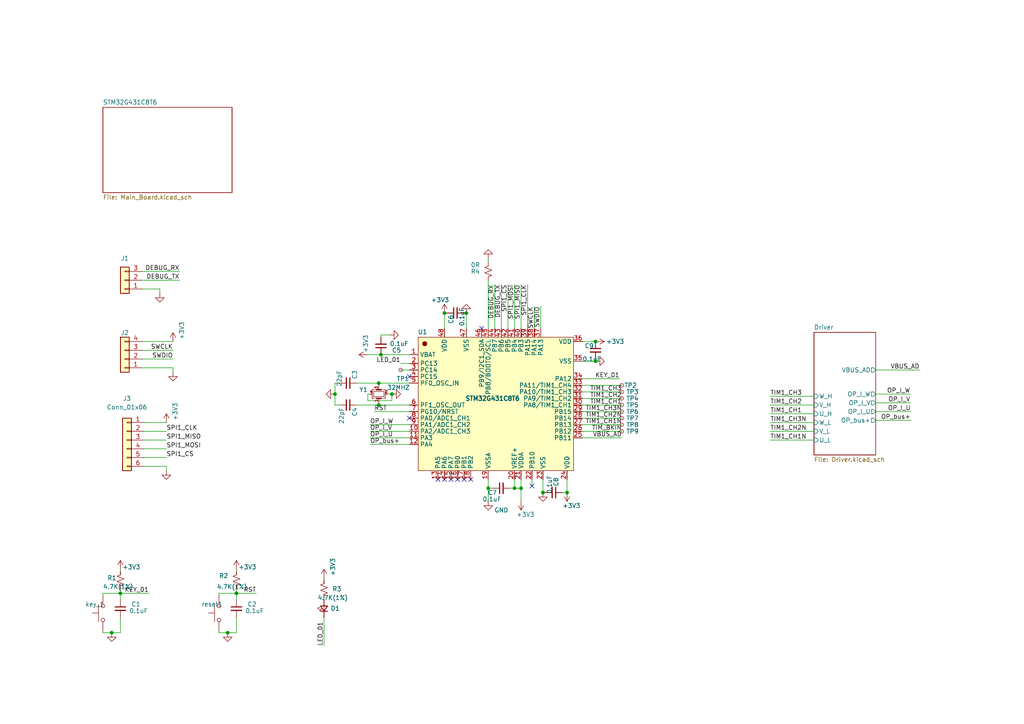
<source format=kicad_sch>
(kicad_sch (version 20211123) (generator eeschema)
  (paper "A4")
  (title_block (title "FD6288T_Driver_Board_V1.0.1") (date "2023-06-01") (company "Zager"))
  (lib_symbols
    (symbol "Connector:TestPoint_Small" (pin_numbers hide) (pin_names (offset 0.762) hide)
      (property "Reference" "TP" (at 0 3.81 0))
      (property "Value" "TestPoint_Small" (at 0 2.032 0))
      (symbol "TestPoint_Small_0_1"
        (circle (center 0 0) (radius 0.508))
      )
      (symbol "TestPoint_Small_1_1"
        (pin passive line (at 0 0 90) (length 0) (name "1") (number "1"))
      )
    )
    (symbol "Connector_Generic:Conn_01x03" (pin_names (offset 1.016) hide)
      (property "Reference" "J" (at 0 5.08 0))
      (property "Value" "Conn_01x03" (at 0 -5.08 0))
      (symbol "Conn_01x03_1_1"
        (rectangle (start -1.27 -2.413) (end 0 -2.667) (stroke (width 0.1524)))
        (rectangle (start -1.27 0.127) (end 0 -0.127) (stroke (width 0.1524)))
        (rectangle (start -1.27 2.667) (end 0 2.413) (stroke (width 0.1524)))
        (rectangle (start -1.27 3.81) (end 1.27 -3.81) (stroke (width 0.254)) (fill (type background)))
        (pin passive line (at -5.08 2.54 0) (length 3.81) (name "Pin_1") (number "1"))
        (pin passive line (at -5.08 0 0) (length 3.81) (name "Pin_2") (number "2"))
        (pin passive line (at -5.08 -2.54 0) (length 3.81) (name "Pin_3") (number "3"))
      )
    )
    (symbol "Connector_Generic:Conn_01x04" (pin_names (offset 1.016) hide)
      (property "Reference" "J" (at 0 5.08 0))
      (property "Value" "Conn_01x04" (at 0 -7.62 0))
      (symbol "Conn_01x04_1_1"
        (rectangle (start -1.27 -4.953) (end 0 -5.207) (stroke (width 0.1524)))
        (rectangle (start -1.27 -2.413) (end 0 -2.667) (stroke (width 0.1524)))
        (rectangle (start -1.27 0.127) (end 0 -0.127) (stroke (width 0.1524)))
        (rectangle (start -1.27 2.667) (end 0 2.413) (stroke (width 0.1524)))
        (rectangle (start -1.27 3.81) (end 1.27 -6.35) (stroke (width 0.254)) (fill (type background)))
        (pin passive line (at -5.08 2.54 0) (length 3.81) (name "Pin_1") (number "1"))
        (pin passive line (at -5.08 0 0) (length 3.81) (name "Pin_2") (number "2"))
        (pin passive line (at -5.08 -2.54 0) (length 3.81) (name "Pin_3") (number "3"))
        (pin passive line (at -5.08 -5.08 0) (length 3.81) (name "Pin_4") (number "4"))
      )
    )
    (symbol "Connector_Generic:Conn_01x06" (pin_names (offset 1.016) hide)
      (property "Reference" "J" (at 0 7.62 0))
      (property "Value" "Conn_01x06" (at 0 -10.16 0))
      (symbol "Conn_01x06_1_1"
        (rectangle (start -1.27 -7.493) (end 0 -7.747) (stroke (width 0.1524)))
        (rectangle (start -1.27 -4.953) (end 0 -5.207) (stroke (width 0.1524)))
        (rectangle (start -1.27 -2.413) (end 0 -2.667) (stroke (width 0.1524)))
        (rectangle (start -1.27 0.127) (end 0 -0.127) (stroke (width 0.1524)))
        (rectangle (start -1.27 2.667) (end 0 2.413) (stroke (width 0.1524)))
        (rectangle (start -1.27 5.207) (end 0 4.953) (stroke (width 0.1524)))
        (rectangle (start -1.27 6.35) (end 1.27 -8.89) (stroke (width 0.254)) (fill (type background)))
        (pin passive line (at -5.08 5.08 0) (length 3.81) (name "Pin_1") (number "1"))
        (pin passive line (at -5.08 2.54 0) (length 3.81) (name "Pin_2") (number "2"))
        (pin passive line (at -5.08 0 0) (length 3.81) (name "Pin_3") (number "3"))
        (pin passive line (at -5.08 -2.54 0) (length 3.81) (name "Pin_4") (number "4"))
        (pin passive line (at -5.08 -5.08 0) (length 3.81) (name "Pin_5") (number "5"))
        (pin passive line (at -5.08 -7.62 0) (length 3.81) (name "Pin_6") (number "6"))
      )
    )
    (symbol "Device:C_Small" (pin_numbers hide) (pin_names (offset 0.254) hide)
      (property "Reference" "C" (at 0.254 1.778 0))
      (property "Value" "C_Small" (at 0.254 -2.032 0))
      (symbol "C_Small_0_1"
        (polyline (pts (xy -1.524 -0.508) (xy 1.524 -0.508)) (stroke (width 0.3302)))
        (polyline (pts (xy -1.524 0.508) (xy 1.524 0.508)) (stroke (width 0.3048)))
      )
      (symbol "C_Small_1_1"
        (pin passive line (at 0 2.54 270) (length 2.032) (name "~") (number "1"))
        (pin passive line (at 0 -2.54 90) (length 2.032) (name "~") (number "2"))
      )
    )
    (symbol "Device:Crystal_GND24_Small" (pin_names (offset 1.016) hide)
      (property "Reference" "Y" (at 1.27 4.445 0))
      (property "Value" "Crystal_GND24_Small" (at 1.27 2.54 0))
      (symbol "Crystal_GND24_Small_0_1"
        (rectangle (start -0.762 -1.524) (end 0.762 1.524))
        (polyline (pts (xy -1.27 -0.762) (xy -1.27 0.762)) (stroke (width 0.381)))
        (polyline (pts (xy 1.27 -0.762) (xy 1.27 0.762)) (stroke (width 0.381)))
        (polyline (pts (xy -1.27 -1.27) (xy -1.27 -1.905) (xy 1.27 -1.905) (xy 1.27 -1.27)))
        (polyline (pts (xy -1.27 1.27) (xy -1.27 1.905) (xy 1.27 1.905) (xy 1.27 1.27)))
      )
      (symbol "Crystal_GND24_Small_1_1"
        (pin passive line (at -2.54 0 0) (length 1.27) (name "1") (number "1"))
        (pin passive line (at 0 -2.54 90) (length 0.635) (name "2") (number "2"))
        (pin passive line (at 2.54 0 180) (length 1.27) (name "3") (number "3"))
        (pin passive line (at 0 2.54 270) (length 0.635) (name "4") (number "4"))
      )
    )
    (symbol "Device:LED_Small" (pin_numbers hide) (pin_names (offset 0.254) hide)
      (property "Reference" "D" (at -1.27 3.175 0))
      (property "Value" "LED_Small" (at -4.445 -2.54 0))
      (symbol "LED_Small_0_1"
        (polyline (pts (xy -0.762 -1.016) (xy -0.762 1.016)) (stroke (width 0.254)))
        (polyline (pts (xy 1.016 0) (xy -0.762 0)))
        (polyline (pts (xy 0.762 -1.016) (xy -0.762 0) (xy 0.762 1.016) (xy 0.762 -1.016)) (stroke (width 0.254)))
        (polyline (pts (xy 0 0.762) (xy -0.508 1.27) (xy -0.254 1.27) (xy -0.508 1.27) (xy -0.508 1.016)))
        (polyline (pts (xy 0.508 1.27) (xy 0 1.778) (xy 0.254 1.778) (xy 0 1.778) (xy 0 1.524)))
      )
      (symbol "LED_Small_1_1"
        (pin passive line (at -2.54 0 0) (length 1.778) (name "K") (number "1"))
        (pin passive line (at 2.54 0 180) (length 1.778) (name "A") (number "2"))
      )
    )
    (symbol "Device:R_Small_US" (pin_numbers hide) (pin_names (offset 0.254) hide)
      (property "Reference" "R" (at 0.762 0.508 0))
      (property "Value" "R_Small_US" (at 0.762 -1.016 0))
      (symbol "R_Small_US_1_1"
        (polyline (pts (xy 0 0) (xy 1.016 -0.381) (xy 0 -0.762) (xy -1.016 -1.143) (xy 0 -1.524)))
        (polyline (pts (xy 0 1.524) (xy 1.016 1.143) (xy 0 0.762) (xy -1.016 0.381) (xy 0 0)))
        (pin passive line (at 0 2.54 270) (length 1.016) (name "~") (number "1"))
        (pin passive line (at 0 -2.54 90) (length 1.016) (name "~") (number "2"))
      )
    )
    (symbol "Switch:SW_Push" (pin_numbers hide) (pin_names (offset 1.016) hide)
      (property "Reference" "SW" (at 1.27 2.54 0))
      (property "Value" "SW_Push" (at 0 -1.524 0))
      (symbol "SW_Push_0_1"
        (circle (center -2.032 0) (radius 0.508))
        (polyline (pts (xy 0 1.27) (xy 0 3.048)))
        (polyline (pts (xy 2.54 1.27) (xy -2.54 1.27)))
        (circle (center 2.032 0) (radius 0.508))
        (pin passive line (at -5.08 0 0) (length 2.54) (name "1") (number "1"))
        (pin passive line (at 5.08 0 180) (length 2.54) (name "2") (number "2"))
      )
    )
    (symbol "power:+3.3V" (power) (pin_names (offset 0))
      (property "Value" "+3.3V" (at 0 3.556 0))
      (symbol "+3.3V_0_1"
        (polyline (pts (xy -0.762 1.27) (xy 0 2.54)))
        (polyline (pts (xy 0 0) (xy 0 2.54)))
        (polyline (pts (xy 0 2.54) (xy 0.762 1.27)))
      )
      (symbol "+3.3V_1_1"
        (pin power_in line (at 0 0 90) (length 0) hide (name "+3V3") (number "1"))
      )
    )
    (symbol "power:GND" (power) (pin_names (offset 0))
      (property "Value" "GND" (at 0 -3.81 0))
      (symbol "GND_0_1"
        (polyline (pts (xy 0 0) (xy 0 -1.27) (xy 1.27 -1.27) (xy 0 -2.54) (xy -1.27 -1.27) (xy 0 -1.27)))
      )
      (symbol "GND_1_1"
        (pin power_in line (at 0 0 270) (length 0) hide (name "GND") (number "1"))
      )
    )
    (symbol "zager:STM32G431C8T6"
      (property "Reference" "U" (at 1.27 1.27 0))
      (property "Value" "STM32G431C8T6" (at 9.525 6.35 0))
      (symbol "STM32G431C8T6_0_1"
        (rectangle (start 0 0) (end 45.085 -38.735) (stroke (width 0.1524)) (fill (type background)))
        (circle (center 1.905 -1.905) (radius 0.635) (stroke (width 0.1524)) (fill (type outline)))
      )
      (symbol "STM32G431C8T6_1_1"
        (pin input line (at -2.54 -5.08 0) (length 2.54) (name "VBAT") (number "1"))
        (pin input line (at -2.54 -27.305 0) (length 2.54) (name "PA2/ADC1_CH3") (number "10"))
        (pin input line (at -2.54 -29.21 0) (length 2.54) (name "PA3") (number "11"))
        (pin input line (at -2.54 -31.115 0) (length 2.54) (name "PA4") (number "12"))
        (pin input line (at 5.715 -41.275 90) (length 2.54) (name "PA5") (number "13"))
        (pin input line (at 7.62 -41.275 90) (length 2.54) (name "PA6") (number "14"))
        (pin input line (at 9.525 -41.275 90) (length 2.54) (name "PA7") (number "15"))
        (pin input line (at 11.43 -41.275 90) (length 2.54) (name "PB0") (number "16"))
        (pin input line (at 13.335 -41.275 90) (length 2.54) (name "PB1") (number "17"))
        (pin input line (at 15.24 -41.275 90) (length 2.54) (name "PB2") (number "18"))
        (pin input line (at 20.32 -41.275 90) (length 2.54) (name "VSSA") (number "19"))
        (pin input line (at -2.54 -7.62 0) (length 2.54) (name "PC13") (number "2"))
        (pin input line (at 27.94 -41.275 90) (length 2.54) (name "VREF+") (number "20"))
        (pin input line (at 29.845 -41.275 90) (length 2.54) (name "VDDA") (number "21"))
        (pin input line (at 33.02 -41.275 90) (length 2.54) (name "PB10") (number "22"))
        (pin input line (at 36.195 -41.275 90) (length 2.54) (name "VSS") (number "23"))
        (pin input line (at 43.18 -41.275 90) (length 2.54) (name "VDD") (number "24"))
        (pin input line (at 47.625 -29.21 180) (length 2.54) (name "PB11") (number "25"))
        (pin input line (at 47.625 -27.305 180) (length 2.54) (name "PB12") (number "26"))
        (pin input line (at 47.625 -25.4 180) (length 2.54) (name "PB13") (number "27"))
        (pin input line (at 47.625 -23.495 180) (length 2.54) (name "PB14") (number "28"))
        (pin input line (at 47.625 -21.59 180) (length 2.54) (name "PB15") (number "29"))
        (pin input line (at -2.54 -9.525 0) (length 2.54) (name "PC14") (number "3"))
        (pin input line (at 47.625 -19.685 180) (length 2.54) (name "PA8/TIM1_CH1") (number "30"))
        (pin input line (at 47.625 -17.78 180) (length 2.54) (name "PA9/TIM1_CH2") (number "31"))
        (pin input line (at 47.625 -15.875 180) (length 2.54) (name "PA10/TIM1_CH3") (number "32"))
        (pin input line (at 47.625 -13.97 180) (length 2.54) (name "PA11/TIM1_CH4") (number "33"))
        (pin input line (at 47.625 -12.065 180) (length 2.54) (name "PA12") (number "34"))
        (pin input line (at 47.625 -6.985 180) (length 2.54) (name "VSS") (number "35"))
        (pin input line (at 47.625 -1.27 180) (length 2.54) (name "VDD") (number "36"))
        (pin input line (at 35.56 2.54 270) (length 2.54) (name "PA13") (number "37"))
        (pin input line (at 33.655 2.54 270) (length 2.54) (name "PA14") (number "38"))
        (pin input line (at 31.75 2.54 270) (length 2.54) (name "PA15") (number "39"))
        (pin input line (at -2.54 -11.43 0) (length 2.54) (name "PC15") (number "4"))
        (pin input line (at 29.845 2.54 270) (length 2.54) (name "PB3") (number "40"))
        (pin input line (at 27.94 2.54 270) (length 2.54) (name "PB4") (number "41"))
        (pin input line (at 26.035 2.54 270) (length 2.54) (name "PB5") (number "42"))
        (pin input line (at 24.13 2.54 270) (length 2.54) (name "PB6") (number "43"))
        (pin input line (at 22.225 2.54 270) (length 2.54) (name "PB7") (number "44"))
        (pin input line (at 20.32 2.54 270) (length 2.54) (name "PB8/BOOT0/SCL") (number "45"))
        (pin input line (at 18.415 2.54 270) (length 2.54) (name "PB9/I2C1_SDA") (number "46"))
        (pin input line (at 13.97 2.54 270) (length 2.54) (name "VSS") (number "47"))
        (pin input line (at 7.62 2.54 270) (length 2.54) (name "VDD") (number "48"))
        (pin input line (at -2.54 -13.335 0) (length 2.54) (name "PF0_OSC_IN") (number "5"))
        (pin input line (at -2.54 -19.685 0) (length 2.54) (name "PF1_OSC_OUT") (number "6"))
        (pin input line (at -2.54 -21.59 0) (length 2.54) (name "PG10/NRST") (number "7"))
        (pin input line (at -2.54 -23.495 0) (length 2.54) (name "PA0/ADC1_CH1") (number "8"))
        (pin input line (at -2.54 -25.4 0) (length 2.54) (name "PA1/ADC1_CH2") (number "9"))
      )
    )
  )
  (junction (at 128.905 90.805))
  (junction (at 97.155 114.3))
  (junction (at 172.72 99.06))
  (junction (at 109.855 117.475))
  (junction (at 68.58 172.085))
  (junction (at 110.49 102.87))
  (junction (at 32.385 183.515))
  (junction (at 109.855 111.125))
  (junction (at 151.13 141.605))
  (junction (at 141.605 141.605))
  (junction (at 157.48 142.875))
  (junction (at 113.665 114.3))
  (junction (at 135.255 90.805))
  (junction (at 34.925 172.085))
  (junction (at 66.04 183.515))
  (junction (at 172.72 104.775))
  (junction (at 149.225 141.605))
  (junction (at 164.465 142.875))
  (no_connect (at 154.305 140.97))
  (no_connect (at 118.745 121.285))
  (no_connect (at 118.745 109.22))
  (no_connect (at 134.62 139.065))
  (no_connect (at 130.81 139.065))
  (no_connect (at 128.905 139.065))
  (no_connect (at 127 139.065))
  (no_connect (at 132.715 139.065))
  (no_connect (at 136.525 139.065))
  (no_connect (at 139.7 95.25))
  (wire (pts (xy 41.275 81.28) (xy 52.07 81.28)))
  (wire (pts (xy 168.91 115.57) (xy 180.34 115.57)))
  (wire (pts (xy 154.94 88.9) (xy 154.94 95.25)))
  (wire (pts (xy 168.91 104.775) (xy 172.72 104.775)))
  (wire (pts (xy 145.415 82.55) (xy 145.415 95.25)))
  (wire (pts (xy 151.13 139.065) (xy 151.13 141.605)))
  (wire (pts (xy 34.925 183.515) (xy 34.925 179.07)))
  (wire (pts (xy 98.425 111.125) (xy 97.155 111.125)))
  (wire (pts (xy 29.845 172.085) (xy 29.845 172.72)))
  (wire (pts (xy 103.505 117.475) (xy 109.855 117.475)))
  (wire (pts (xy 254 114.3) (xy 264.033 114.3)))
  (wire (pts (xy 93.98 167.64) (xy 93.98 168.275)))
  (wire (pts (xy 41.91 132.715) (xy 48.26 132.715)))
  (wire (pts (xy 168.91 99.06) (xy 172.72 99.06)))
  (wire (pts (xy 164.465 139.065) (xy 164.465 142.875)))
  (wire (pts (xy 168.91 121.285) (xy 180.34 121.285)))
  (wire (pts (xy 112.395 114.3) (xy 113.665 114.3)))
  (wire (pts (xy 223.393 125.095) (xy 236.093 125.095)))
  (wire (pts (xy 172.72 104.14) (xy 172.72 104.775)))
  (wire (pts (xy 135.255 95.25) (xy 135.255 90.805)))
  (wire (pts (xy 254 116.84) (xy 264.033 116.84)))
  (wire (pts (xy 46.355 83.82) (xy 46.355 85.09)))
  (wire (pts (xy 254 107.315) (xy 266.7 107.315)))
  (wire (pts (xy 34.925 172.085) (xy 43.18 172.085)))
  (wire (pts (xy 109.855 111.125) (xy 118.745 111.125)))
  (wire (pts (xy 168.91 123.19) (xy 180.34 123.19)))
  (wire (pts (xy 106.68 116.205) (xy 113.665 116.205)))
  (wire (pts (xy 107.315 123.19) (xy 118.745 123.19)))
  (wire (pts (xy 97.155 114.3) (xy 97.155 117.475)))
  (wire (pts (xy 142.875 141.605) (xy 141.605 141.605)))
  (wire (pts (xy 254 121.92) (xy 264.16 121.92)))
  (wire (pts (xy 103.505 111.125) (xy 109.855 111.125)))
  (wire (pts (xy 93.98 179.07) (xy 93.98 187.325)))
  (wire (pts (xy 109.855 116.84) (xy 109.855 117.475)))
  (wire (pts (xy 110.49 97.155) (xy 110.49 97.79)))
  (wire (pts (xy 41.275 99.06) (xy 50.165 99.06)))
  (wire (pts (xy 168.91 113.665) (xy 180.34 113.665)))
  (wire (pts (xy 41.91 125.095) (xy 48.26 125.095)))
  (wire (pts (xy 41.275 83.82) (xy 46.355 83.82)))
  (wire (pts (xy 41.275 78.74) (xy 52.07 78.74)))
  (wire (pts (xy 107.315 127) (xy 118.745 127)))
  (wire (pts (xy 116.205 105.41) (xy 118.745 105.41)))
  (wire (pts (xy 168.91 127) (xy 180.34 127)))
  (wire (pts (xy 107.315 125.095) (xy 118.745 125.095)))
  (wire (pts (xy 149.225 95.25) (xy 149.225 82.55)))
  (wire (pts (xy 254 119.38) (xy 264.16 119.38)))
  (wire (pts (xy 156.845 88.9) (xy 156.845 95.25)))
  (wire (pts (xy 32.385 183.515) (xy 34.925 183.515)))
  (wire (pts (xy 68.58 165.1) (xy 68.58 165.735)))
  (wire (pts (xy 223.393 122.555) (xy 236.093 122.555)))
  (wire (pts (xy 168.91 117.475) (xy 180.34 117.475)))
  (wire (pts (xy 34.925 172.085) (xy 29.845 172.085)))
  (wire (pts (xy 48.26 135.255) (xy 41.91 135.255)))
  (wire (pts (xy 109.855 111.76) (xy 109.855 111.125)))
  (wire (pts (xy 157.48 142.875) (xy 158.115 142.875)))
  (wire (pts (xy 168.91 125.095) (xy 180.34 125.095)))
  (wire (pts (xy 153.035 82.55) (xy 153.035 95.25)))
  (wire (pts (xy 68.58 183.515) (xy 68.58 179.07)))
  (wire (pts (xy 97.155 117.475) (xy 98.425 117.475)))
  (wire (pts (xy 106.68 114.3) (xy 106.68 116.205)))
  (wire (pts (xy 147.955 141.605) (xy 149.225 141.605)))
  (wire (pts (xy 110.49 97.155) (xy 113.03 97.155)))
  (wire (pts (xy 107.315 114.3) (xy 106.68 114.3)))
  (wire (pts (xy 141.605 76.2) (xy 141.605 74.93)))
  (wire (pts (xy 151.13 141.605) (xy 151.13 145.415)))
  (wire (pts (xy 149.225 141.605) (xy 151.13 141.605)))
  (wire (pts (xy 63.5 182.88) (xy 63.5 183.515)))
  (wire (pts (xy 41.91 122.555) (xy 48.26 122.555)))
  (wire (pts (xy 223.393 127.635) (xy 236.093 127.635)))
  (wire (pts (xy 113.665 116.205) (xy 113.665 114.3)))
  (wire (pts (xy 168.91 119.38) (xy 180.34 119.38)))
  (wire (pts (xy 41.91 130.175) (xy 48.26 130.175)))
  (wire (pts (xy 34.925 172.085) (xy 34.925 173.99)))
  (wire (pts (xy 97.155 111.125) (xy 97.155 114.3)))
  (wire (pts (xy 41.275 101.6) (xy 50.165 101.6)))
  (wire (pts (xy 34.925 170.815) (xy 34.925 172.085)))
  (wire (pts (xy 108.585 119.38) (xy 118.745 119.38)))
  (wire (pts (xy 149.225 139.065) (xy 149.225 141.605)))
  (wire (pts (xy 154.305 139.065) (xy 154.305 140.97)))
  (wire (pts (xy 157.48 139.065) (xy 157.48 142.875)))
  (wire (pts (xy 66.04 183.515) (xy 68.58 183.515)))
  (wire (pts (xy 128.905 90.805) (xy 129.54 90.805)))
  (wire (pts (xy 50.165 106.68) (xy 50.165 107.95)))
  (wire (pts (xy 41.275 104.14) (xy 50.165 104.14)))
  (wire (pts (xy 223.393 114.935) (xy 236.093 114.935)))
  (wire (pts (xy 63.5 183.515) (xy 66.04 183.515)))
  (wire (pts (xy 68.58 170.815) (xy 68.58 172.085)))
  (wire (pts (xy 163.195 142.875) (xy 164.465 142.875)))
  (wire (pts (xy 147.32 95.25) (xy 147.32 82.55)))
  (wire (pts (xy 93.98 173.355) (xy 93.98 173.99)))
  (wire (pts (xy 141.605 139.065) (xy 141.605 141.605)))
  (wire (pts (xy 223.393 117.475) (xy 236.093 117.475)))
  (wire (pts (xy 116.205 107.315) (xy 118.745 107.315)))
  (wire (pts (xy 68.58 172.085) (xy 74.295 172.085)))
  (wire (pts (xy 29.845 182.88) (xy 29.845 183.515)))
  (wire (pts (xy 34.925 165.1) (xy 34.925 165.735)))
  (wire (pts (xy 135.255 90.805) (xy 134.62 90.805)))
  (wire (pts (xy 143.51 82.55) (xy 143.51 95.25)))
  (wire (pts (xy 223.393 120.015) (xy 236.093 120.015)))
  (wire (pts (xy 128.905 95.25) (xy 128.905 90.805)))
  (wire (pts (xy 48.26 136.525) (xy 48.26 135.255)))
  (wire (pts (xy 41.91 127.635) (xy 48.26 127.635)))
  (wire (pts (xy 29.845 183.515) (xy 32.385 183.515)))
  (wire (pts (xy 168.91 109.855) (xy 179.705 109.855)))
  (wire (pts (xy 68.58 172.085) (xy 63.5 172.085)))
  (wire (pts (xy 63.5 172.085) (xy 63.5 172.72)))
  (wire (pts (xy 141.605 81.28) (xy 141.605 95.25)))
  (wire (pts (xy 106.68 102.87) (xy 110.49 102.87)))
  (wire (pts (xy 41.275 106.68) (xy 50.165 106.68)))
  (wire (pts (xy 109.855 117.475) (xy 118.745 117.475)))
  (wire (pts (xy 168.91 111.76) (xy 180.34 111.76)))
  (wire (pts (xy 141.605 141.605) (xy 141.605 145.415)))
  (wire (pts (xy 110.49 102.87) (xy 118.745 102.87)))
  (wire (pts (xy 151.13 95.25) (xy 151.13 82.55)))
  (wire (pts (xy 107.315 128.905) (xy 118.745 128.905)))
  (wire (pts (xy 68.58 172.085) (xy 68.58 173.99)))
  (label "TIM1_CH3N" (at 180.34 119.38 180))
  (label "SPI1_MOSI" (at 48.26 130.175 0))
  (label "OP_I_V" (at 264.033 116.84 180))
  (label "TIM1_CH2" (at 223.393 117.475 0))
  (label "TIM1_CH2N" (at 180.34 121.285 180))
  (label "SPI1_CS" (at 48.26 132.715 0))
  (label "SWCLK" (at 154.94 88.9 270))
  (label "KEY_01" (at 43.18 172.085 180))
  (label "VBUS_AD" (at 180.34 127 180))
  (label "TIM1_CH3" (at 180.34 113.665 180))
  (label "SWDIO" (at 156.845 88.9 270))
  (label "OP_I_W" (at 107.315 123.19 0))
  (label "DEBUG_TX" (at 52.07 81.28 180))
  (label "TIM1_CH2N" (at 223.393 125.095 0))
  (label "TIM1_CH3N" (at 223.393 122.555 0))
  (label "TIM1_CH1" (at 180.34 117.475 180))
  (label "DEBUG_TX" (at 145.415 82.55 270))
  (label "KEY_01" (at 179.705 109.855 180))
  (label "TIM1_CH2" (at 180.34 115.57 180))
  (label "OP_bus+" (at 107.315 128.905 0))
  (label "DEBUG_RX" (at 143.51 82.55 270))
  (label "SWDIO" (at 50.165 104.14 180))
  (label "RST" (at 74.295 172.085 180))
  (label "RST" (at 108.585 119.38 0))
  (label "TIM1_CH1N" (at 180.34 123.19 180))
  (label "SWCLK" (at 50.165 101.6 180))
  (label "SPI1_CLK" (at 153.035 82.55 270))
  (label "LED_01" (at 93.98 187.325 90))
  (label "SPI1_CLK" (at 48.26 125.095 0))
  (label "SPI1_CS" (at 147.32 82.55 270))
  (label "TIM1_CH1N" (at 223.393 127.635 0))
  (label "OP_I_U" (at 264.16 119.38 180))
  (label "TIM1_CH3" (at 223.393 114.935 0))
  (label "SPI1_MOSI" (at 149.225 82.55 270))
  (label "TIM_BKIN" (at 180.34 125.095 180))
  (label "OP_I_W" (at 264.033 114.3 180))
  (label "OP_I_V" (at 107.315 125.095 0))
  (label "OP_bus+" (at 264.16 121.92 180))
  (label "SPI1_MISO" (at 151.13 82.55 270))
  (label "SPI1_MISO" (at 48.26 127.635 0))
  (label "TIM1_CH1" (at 223.393 120.015 0))
  (label "OP_I_U" (at 107.315 127 0))
  (label "LED_01" (at 116.205 105.41 180))
  (label "VBUS_AD" (at 266.7 107.315 180))
  (label "DEBUG_RX" (at 52.07 78.74 180))
  (symbol (lib_id "power:GND") (at 32.385 183.515 0) (unit 1)
    (property "Reference" "#PWR01" (effects hide))
    (property "Value" "GND" (effects hide))
  )
  (symbol (lib_id "Switch:SW_Push") (at 63.5 177.8 90) (unit 1)
    (property "Reference" "reset1" (at 58.42 175.26 90) (effects (justify right)))
    (property "Value" "SW_Push" (effects hide))
    (property "Footprint" "Button_Switch_SMD:SW_SPST_CK_RS282G05A3" (effects hide))
  )
  (symbol (lib_id "power:GND") (at 172.72 104.775 90) (unit 1)
    (property "Reference" "#PWR023" (effects hide))
    (property "Value" "GND" (effects hide))
  )
  (symbol (lib_id "Device:C_Small") (at 172.72 101.6 0) (unit 1)
    (property "Reference" "C9" (at 169.545 100.33 0) (effects (justify left)))
    (property "Value" "0.1uF" (at 168.91 104.14 0) (effects (justify left)))
    (property "Footprint" "Capacitor_SMD:C_0603_1608Metric" (effects hide))
  )
  (symbol (lib_id "Device:C_Small") (at 68.58 176.53 0) (unit 1)
    (property "Reference" "C2" (at 71.755 175.2662 0) (effects (justify left)))
    (property "Value" "0.1uF" (at 71.12 177.165 0) (effects (justify left)))
    (property "Footprint" "Capacitor_SMD:C_0603_1608Metric" (effects hide))
  )
  (symbol (lib_id "zager:STM32G431C8T6") (at 121.285 97.79 0) (unit 1)
    (property "Reference" "U1" (at 122.555 96.266 0))
    (property "Value" "STM32G431C8T6" (at 142.875 115.57 0) (effects (font bold)))
    (property "Footprint" "Package_QFP:LQFP-48_7x7mm_P0.5mm" (effects hide))
  )
  (symbol (lib_id "Device:C_Small") (at 100.965 111.125 270) (unit 1)
    (property "Reference" "C3" (at 102.87 107.315 0) (effects (justify left)))
    (property "Value" "22pF" (at 98.425 107.315 0) (effects (justify left)))
    (property "Footprint" "Capacitor_SMD:C_0603_1608Metric" (effects hide))
  )
  (symbol (lib_id "power:+3.3V") (at 106.68 102.87 90) (unit 1)
    (property "Reference" "#PWR012" (effects hide))
    (property "Value" "+3.3V" (at 106.045 99.695 0))
  )
  (symbol (lib_id "Switch:SW_Push") (at 29.845 177.8 90) (unit 1)
    (property "Reference" "key_1" (at 24.765 175.26 90) (effects (justify right)))
    (property "Value" "SW_Push" (effects hide))
    (property "Footprint" "Button_Switch_SMD:SW_SPST_CK_RS282G05A3" (effects hide))
  )
  (symbol (lib_id "Connector:TestPoint_Small") (at 180.34 113.665 0) (unit 1)
    (property "Reference" "TP3" (at 181.61 113.6649 0) (effects (justify left)))
    (property "Value" "TestPoint_Small" (effects hide))
    (property "Footprint" "TestPoint:TestPoint_Pad_D1.0mm" (effects hide))
  )
  (symbol (lib_id "Connector:TestPoint_Small") (at 180.34 121.285 0) (unit 1)
    (property "Reference" "TP7" (at 181.61 121.2849 0) (effects (justify left)))
    (property "Value" "TestPoint_Small" (effects hide))
    (property "Footprint" "TestPoint:TestPoint_Pad_D1.0mm" (effects hide))
  )
  (symbol (lib_id "Device:C_Small") (at 145.415 141.605 90) (unit 1)
    (property "Reference" "C7" (at 144.145 142.875 90) (effects (justify left)))
    (property "Value" "0.1uF" (at 145.415 144.78 90) (effects (justify left)))
    (property "Footprint" "Capacitor_SMD:C_0603_1608Metric" (effects hide))
  )
  (symbol (lib_id "power:+3.3V") (at 164.465 142.875 180) (unit 1)
    (property "Reference" "#PWR021" (effects hide))
    (property "Value" "+3.3V" (at 165.735 146.685 0))
  )
  (symbol (lib_id "Connector:TestPoint_Small") (at 180.34 123.19 0) (unit 1)
    (property "Reference" "TP8" (at 181.61 123.1899 0) (effects (justify left)))
    (property "Value" "TestPoint_Small" (effects hide))
    (property "Footprint" "TestPoint:TestPoint_Pad_D1.0mm" (effects hide))
  )
  (symbol (lib_id "power:GND") (at 66.04 183.515 0) (unit 1)
    (property "Reference" "#PWR08" (effects hide))
    (property "Value" "GND" (effects hide))
  )
  (symbol (lib_id "Connector:TestPoint_Small") (at 180.34 117.475 0) (unit 1)
    (property "Reference" "TP5" (at 181.61 117.4749 0) (effects (justify left)))
    (property "Value" "TestPoint_Small" (effects hide))
    (property "Footprint" "TestPoint:TestPoint_Pad_D1.0mm" (effects hide))
  )
  (symbol (lib_id "Device:C_Small") (at 160.655 142.875 270) (unit 1)
    (property "Reference" "C8" (at 161.29 138.43 0) (effects (justify left)))
    (property "Value" "0.1uF" (at 159.385 137.795 0) (effects (justify left)))
    (property "Footprint" "Capacitor_SMD:C_0603_1608Metric" (effects hide))
  )
  (symbol (lib_id "Connector:TestPoint_Small") (at 180.34 119.38 0) (unit 1)
    (property "Reference" "TP6" (at 181.61 119.3799 0) (effects (justify left)))
    (property "Value" "TestPoint_Small" (effects hide))
    (property "Footprint" "TestPoint:TestPoint_Pad_D1.0mm" (effects hide))
  )
  (symbol (lib_id "Connector:TestPoint_Small") (at 116.205 107.315 90) (mirror x) (unit 1)
    (property "Reference" "TP1" (at 116.84 109.855 90))
    (property "Value" "TestPoint_Small" (effects hide))
    (property "Footprint" "TestPoint:TestPoint_Pad_D1.0mm" (effects hide))
  )
  (symbol (lib_id "Device:R_Small_US") (at 34.925 168.275 0) (mirror y) (unit 1)
    (property "Reference" "R1" (at 31.115 167.64 0) (effects (justify right)))
    (property "Value" "4.7K(1%)" (at 29.845 170.18 0) (effects (justify right)))
    (property "Footprint" "Resistor_SMD:R_0603_1608Metric" (effects hide))
  )
  (symbol (lib_id "Connector_Generic:Conn_01x04") (at 36.195 104.14 180) (unit 1)
    (property "Reference" "J2" (at 36.195 96.52 0))
    (property "Value" "Conn_01x04" (effects hide))
    (property "Footprint" "Connector_PinHeader_2.54mm:PinHeader_1x04_P2.54mm_Vertical" (effects hide))
  )
  (symbol (lib_id "Device:C_Small") (at 34.925 176.53 0) (unit 1)
    (property "Reference" "C1" (at 38.1 175.2662 0) (effects (justify left)))
    (property "Value" "0.1uF" (at 37.465 177.165 0) (effects (justify left)))
    (property "Footprint" "Capacitor_SMD:C_0603_1608Metric" (effects hide))
  )
  (symbol (lib_id "power:+3.3V") (at 50.165 99.06 0) (unit 1)
    (property "Reference" "#PWR06" (effects hide))
    (property "Value" "+3.3V" (at 52.705 95.885 90))
  )
  (symbol (lib_id "power:+3.3V") (at 128.905 90.805 0) (unit 1)
    (property "Reference" "#PWR015" (effects hide))
    (property "Value" "+3.3V" (at 127.635 86.995 0))
  )
  (symbol (lib_id "power:GND") (at 50.165 107.95 0) (unit 1)
    (property "Reference" "#PWR07" (effects hide))
    (property "Value" "GND" (effects hide))
  )
  (symbol (lib_id "Device:C_Small") (at 132.08 90.805 90) (unit 1)
    (property "Reference" "C6" (at 130.81 93.98 0) (effects (justify left)))
    (property "Value" "0.1uF" (at 133.985 94.615 0) (effects (justify left)))
    (property "Footprint" "Capacitor_SMD:C_0603_1608Metric" (effects hide))
  )
  (symbol (lib_id "Device:R_Small_US") (at 93.98 170.815 0) (mirror x) (unit 1)
    (property "Reference" "R3" (at 99.06 170.815 0) (effects (justify right)))
    (property "Value" "4.7K(1%)" (at 100.965 173.355 0) (effects (justify right)))
    (property "Footprint" "Resistor_SMD:R_0603_1608Metric" (effects hide))
  )
  (symbol (lib_id "power:GND") (at 157.48 142.875 0) (unit 1)
    (property "Reference" "#PWR020" (effects hide))
    (property "Value" "GND" (effects hide))
  )
  (symbol (lib_id "Connector:TestPoint_Small") (at 180.34 115.57 0) (unit 1)
    (property "Reference" "TP4" (at 181.61 115.5699 0) (effects (justify left)))
    (property "Value" "TestPoint_Small" (effects hide))
    (property "Footprint" "TestPoint:TestPoint_Pad_D1.0mm" (effects hide))
  )
  (symbol (lib_id "power:GND") (at 46.355 85.09 0) (unit 1)
    (property "Reference" "#PWR03" (effects hide))
    (property "Value" "GND" (effects hide))
  )
  (symbol (lib_id "power:+3.3V") (at 151.13 145.415 180) (unit 1)
    (property "Reference" "#PWR019" (effects hide))
    (property "Value" "+3.3V" (at 152.4 149.225 0))
  )
  (symbol (lib_id "power:GND") (at 113.665 114.3 90) (unit 1)
    (property "Reference" "#PWR014" (effects hide))
    (property "Value" "GND" (effects hide))
  )
  (symbol (lib_id "Connector:TestPoint_Small") (at 180.34 125.095 0) (unit 1)
    (property "Reference" "TP9" (at 181.61 125.0949 0) (effects (justify left)))
    (property "Value" "TestPoint_Small" (effects hide))
    (property "Footprint" "TestPoint:TestPoint_Pad_D1.0mm" (effects hide))
  )
  (symbol (lib_id "power:GND") (at 97.155 114.3 270) (unit 1)
    (property "Reference" "#PWR011" (effects hide))
    (property "Value" "GND" (effects hide))
  )
  (symbol (lib_id "Device:LED_Small") (at 93.98 176.53 90) (unit 1)
    (property "Reference" "D1" (at 95.885 176.4664 90) (effects (justify right)))
    (property "Value" "LED_Red" (effects hide))
    (property "Footprint" "Diode_SMD:D_0603_1608Metric_Pad1.05x0.95mm_HandSolder" (effects hide))
  )
  (symbol (lib_id "power:GND") (at 135.255 90.805 180) (unit 1)
    (property "Reference" "#PWR016" (effects hide))
    (property "Value" "GND" (effects hide))
  )
  (symbol (lib_id "Connector_Generic:Conn_01x03") (at 36.195 81.28 180) (unit 1)
    (property "Reference" "J1" (at 36.195 74.93 0))
    (property "Value" "Conn_01x03" (effects hide))
    (property "Footprint" "Connector_PinHeader_2.54mm:PinHeader_1x03_P2.54mm_Vertical" (effects hide))
  )
  (symbol (lib_id "Device:Crystal_GND24_Small") (at 109.855 114.3 90) (unit 1)
    (property "Reference" "Y1" (at 105.41 113.03 90))
    (property "Value" "32MHZ" (at 115.57 112.395 90))
    (property "Footprint" "Crystal:Crystal_SMD_3225-4Pin_3.2x2.5mm" (effects hide))
  )
  (symbol (lib_id "power:GND") (at 113.03 97.155 90) (mirror x) (unit 1)
    (property "Reference" "#PWR013" (effects hide))
    (property "Value" "GND" (effects hide))
  )
  (symbol (lib_id "power:+3.3V") (at 34.925 165.1 0) (unit 1)
    (property "Reference" "#PWR02" (effects hide))
    (property "Value" "+3.3V" (at 38.1 164.465 0))
  )
  (symbol (lib_id "power:+3.3V") (at 68.58 165.1 0) (unit 1)
    (property "Reference" "#PWR09" (effects hide))
    (property "Value" "+3.3V" (at 71.755 164.465 0))
  )
  (symbol (lib_id "Device:R_Small_US") (at 68.58 168.275 0) (mirror y) (unit 1)
    (property "Reference" "R2" (at 63.5 167.005 0) (effects (justify right)))
    (property "Value" "4.7K(1%)" (at 62.865 170.18 0) (effects (justify right)))
    (property "Footprint" "Resistor_SMD:R_0603_1608Metric" (effects hide))
  )
  (symbol (lib_id "Connector_Generic:Conn_01x06") (at 36.83 127.635 0) (mirror y) (unit 1)
    (property "Reference" "J3" (at 36.83 115.57 0))
    (property "Value" "Conn_01x06" (at 36.83 118.11 0))
    (property "Footprint" "Connector_PinHeader_2.54mm:PinHeader_1x06_P2.54mm_Vertical" (effects hide))
  )
  (symbol (lib_id "power:GND") (at 48.26 136.525 0) (unit 1)
    (property "Reference" "#PWR05" (effects hide))
    (property "Value" "GND" (effects hide))
  )
  (symbol (lib_id "Device:C_Small") (at 100.965 117.475 270) (unit 1)
    (property "Reference" "C4" (at 102.87 118.11 0) (effects (justify left)))
    (property "Value" "22pF" (at 99.06 118.11 0) (effects (justify left)))
    (property "Footprint" "Capacitor_SMD:C_0603_1608Metric" (effects hide))
  )
  (symbol (lib_id "power:+3.3V") (at 48.26 122.555 0) (unit 1)
    (property "Reference" "#PWR04" (effects hide))
    (property "Value" "+3.3V" (at 50.8 119.38 90))
  )
  (symbol (lib_id "power:+3.3V") (at 93.98 167.64 0) (unit 1)
    (property "Reference" "#PWR010" (effects hide))
    (property "Value" "+3.3V" (at 96.52 164.465 90))
  )
  (symbol (lib_id "Device:R_Small_US") (at 141.605 78.74 0) (mirror y) (unit 1)
    (property "Reference" "R4" (at 136.525 78.74 0) (effects (justify right)))
    (property "Value" "0R" (at 136.525 76.835 0) (effects (justify right)))
    (property "Footprint" "Resistor_SMD:R_0603_1608Metric" (effects hide))
  )
  (symbol (lib_id "power:GND") (at 141.605 74.93 180) (unit 1)
    (property "Reference" "#PWR017" (effects hide))
    (property "Value" "GND" (effects hide))
  )
  (symbol (lib_id "power:GND") (at 141.605 145.415 0) (unit 1)
    (property "Reference" "#PWR018" (effects hide))
    (property "Value" "GND" (at 145.415 147.955 0))
  )
  (symbol (lib_id "power:+3.3V") (at 172.72 99.06 270) (unit 1)
    (property "Reference" "#PWR022" (effects hide))
    (property "Value" "+3.3V" (at 178.435 99.06 90))
  )
  (symbol (lib_id "Device:C_Small") (at 110.49 100.33 0) (mirror x) (unit 1)
    (property "Reference" "C5" (at 113.665 101.5938 0) (effects (justify left)))
    (property "Value" "0.1uF" (at 113.03 99.695 0) (effects (justify left)))
    (property "Footprint" "Capacitor_SMD:C_0603_1608Metric" (effects hide))
  )
  (symbol (lib_id "Connector:TestPoint_Small") (at 180.34 111.76 90) (unit 1)
    (property "Reference" "TP2" (at 182.88 111.76 90))
    (property "Value" "TestPoint_Small" (effects hide))
    (property "Footprint" "TestPoint:TestPoint_Pad_D1.0mm" (effects hide))
  )
  (sheet (at 236.093 96.393) (size 17.907 35.56) (stroke (width 0.1524))
    (property "Sheet name" "Driver" (at 236.093 95.6814 0) (effects (justify left bottom)))
    (property "Sheet file" "Driver.kicad_sch" (at 236.093 132.5376 0) (effects (justify left top)))
    (pin "OP_I_W" output (at 254 114.3 0))
    (pin "OP_I_V" output (at 254 116.84 0))
    (pin "OP_I_U" output (at 254 119.38 0))
    (pin "U_H" input (at 236.093 120.015 180))
    (pin "W_L" input (at 236.093 122.555 180))
    (pin "V_L" input (at 236.093 125.095 180))
    (pin "V_H" input (at 236.093 117.475 180))
    (pin "W_H" input (at 236.093 114.935 180))
    (pin "U_L" input (at 236.093 127.635 180))
    (pin "VBUS_AD" output (at 254 107.315 0))
    (pin "OP_bus+" output (at 254 121.92 0))
  )
  (sheet (at 29.845 31.115) (size 37.465 24.765) (stroke (width 0.1524))
    (property "Sheet name" "STM32G431C8T6" (at 29.845 30.4034 0) (effects (justify left bottom)))
    (property "Sheet file" "Main_Board.kicad_sch" (at 29.845 56.4646 0) (effects (justify left top)))
  )
)
</source>
